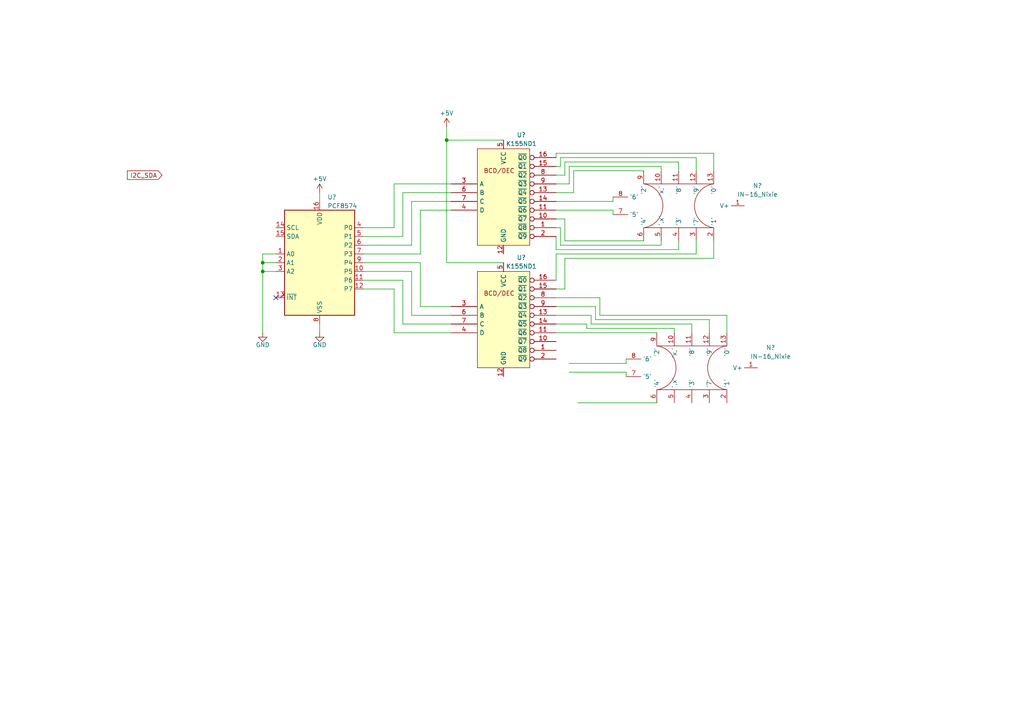
<source format=kicad_sch>
(kicad_sch (version 20211123) (generator eeschema)
  (paper "A4")
  (lib_symbols
    (symbol "74141_2" (pin_names (offset 0.762))
      (property "Reference" "U4" (at 5.16 18.01 0))
      (property "Value" "K155ND1" (at 5.16 15.47 0))
      (symbol "74141_2_0_0"
        (text "BCD/DEC" (at -1.27 7.62 0) (effects (font (size 1.27 1.27))))
        (pin power_in line (at 0 -16.51 90) (length 2.54) (name "GND") (number "12"))
        (pin power_in line (at 0 16.51 270) (length 2.54) (name "VCC") (number "5"))
      )
      (symbol "74141_2_0_1"
        (rectangle (start -7.62 13.97) (end 7.62 -13.97) (fill (type background)))
      )
      (symbol "74141_2_1_1"
        (pin open_collector inverted (at 15.24 -8.89 180) (length 7.62) (name "~{Q8}") (number "1"))
        (pin open_collector inverted (at 15.24 -6.35 180) (length 7.62) (name "~{Q7}") (number "10"))
        (pin open_collector inverted (at 15.24 -3.81 180) (length 7.62) (name "~{Q6}") (number "11"))
        (pin open_collector inverted (at 15.24 1.27 180) (length 7.62) (name "~{Q4}") (number "13"))
        (pin open_collector inverted (at 15.24 -1.27 180) (length 7.62) (name "~{Q5}") (number "14"))
        (pin open_collector inverted (at 15.24 8.89 180) (length 7.62) (name "~{Q1}") (number "15"))
        (pin open_collector inverted (at 15.24 11.43 180) (length 7.62) (name "~{Q0}") (number "16"))
        (pin open_collector inverted (at 15.24 -11.43 180) (length 7.62) (name "~{Q9}") (number "2"))
        (pin input line (at -15.24 3.81 0) (length 7.5) (name "A") (number "3"))
        (pin input line (at -15.24 -3.81 0) (length 7.5) (name "D") (number "4"))
        (pin input line (at -15.24 1.27 0) (length 7.5) (name "B") (number "6"))
        (pin input line (at -15.24 -1.27 0) (length 7.5) (name "C") (number "7"))
        (pin open_collector inverted (at 15.24 6.35 180) (length 7.62) (name "~{Q2}") (number "8"))
        (pin open_collector inverted (at 15.24 3.81 180) (length 7.62) (name "~{Q3}") (number "9"))
      )
    )
    (symbol "Interface_Expansion:PCF8574"
      (property "Reference" "U" (at -8.89 16.51 0))
      (property "Value" "PCF8574" (at 2.54 16.51 0))
      (symbol "PCF8574_0_1"
        (rectangle (start -10.16 15.24) (end 10.16 -15.24) (stroke (width 0.254)) (fill (type background)))
      )
      (symbol "PCF8574_1_1"
        (pin input line (at -12.7 2.54 0) (length 2.54) (name "A0") (number "1"))
        (pin bidirectional line (at 12.7 -2.54 180) (length 2.54) (name "P5") (number "10"))
        (pin bidirectional line (at 12.7 -5.08 180) (length 2.54) (name "P6") (number "11"))
        (pin bidirectional line (at 12.7 -7.62 180) (length 2.54) (name "P7") (number "12"))
        (pin open_collector output_low (at -12.7 -10.16 0) (length 2.54) (name "~{INT}") (number "13"))
        (pin input line (at -12.7 10.16 0) (length 2.54) (name "SCL") (number "14"))
        (pin bidirectional line (at -12.7 7.62 0) (length 2.54) (name "SDA") (number "15"))
        (pin power_in line (at 0 17.78 270) (length 2.54) (name "VDD") (number "16"))
        (pin input line (at -12.7 0 0) (length 2.54) (name "A1") (number "2"))
        (pin input line (at -12.7 -2.54 0) (length 2.54) (name "A2") (number "3"))
        (pin bidirectional line (at 12.7 10.16 180) (length 2.54) (name "P0") (number "4"))
        (pin bidirectional line (at 12.7 7.62 180) (length 2.54) (name "P1") (number "5"))
        (pin bidirectional line (at 12.7 5.08 180) (length 2.54) (name "P2") (number "6"))
        (pin bidirectional line (at 12.7 2.54 180) (length 2.54) (name "P3") (number "7"))
        (pin power_in line (at 0 -17.78 90) (length 2.54) (name "VSS") (number "8"))
        (pin bidirectional line (at 12.7 0 180) (length 2.54) (name "P4") (number "9"))
      )
    )
    (symbol "TerminalCuriositySymbols:IN-16_Nixie"
      (property "Reference" "N?" (at 14.4635 10.1315 0))
      (property "Value" "IN-16_Nixie" (at 19.05 7.62 0))
      (symbol "IN-16_Nixie_0_0"
        (pin power_in line (at -19.05 0 0) (length 3.81) (name "V+") (number "1"))
        (pin open_collector line (at 5.08 -10.16 90) (length 3.81) (name "'x,'") (number "10"))
        (pin open_collector line (at 0 -10.16 90) (length 3.81) (name "'8'") (number "11"))
        (pin open_collector line (at -5.08 -10.16 90) (length 3.81) (name "'9'") (number "12"))
        (pin open_collector line (at -10.16 -10.16 90) (length 3.81) (name "'0'") (number "13"))
        (pin open_collector line (at -10.16 10.16 270) (length 3.81) (name "'1'") (number "2"))
        (pin open_collector line (at -5.08 10.16 270) (length 3.81) (name "'7'") (number "3"))
        (pin open_collector line (at 0 10.16 270) (length 3.81) (name "'3'") (number "4"))
        (pin open_collector line (at 5.08 10.16 270) (length 3.81) (name "',x'") (number "5"))
        (pin open_collector line (at 10.16 10.16 270) (length 3.81) (name "'4'") (number "6"))
        (pin open_collector line (at 19.05 2.54 180) (length 4.318) (name "'5'") (number "7"))
        (pin open_collector line (at 19.05 -2.54 180) (length 4.318) (name "'6'") (number "8"))
        (pin open_collector line (at 10.16 -10.16 90) (length 3.81) (name "'2'") (number "9"))
      )
      (symbol "IN-16_Nixie_0_1"
        (arc (start -9.9557 -6.35) (mid -2.4512 0) (end -9.9557 6.35))
        (polyline (pts (xy -10.16 -6.35) (xy 10.16 -6.35)))
        (polyline (pts (xy 10.16 6.35) (xy -10.16 6.35)))
        (arc (start 9.9557 6.35) (mid 2.4512 0) (end 9.9557 -6.35))
        (arc (start 17.78 0) (mid 17.78 0) (end 17.78 0))
      )
    )
    (symbol "power:+5V" (power) (pin_names (offset 0))
      (property "Value" "+5V" (at 0 3.556 0))
      (symbol "+5V_0_1"
        (polyline (pts (xy -0.762 1.27) (xy 0 2.54)))
        (polyline (pts (xy 0 0) (xy 0 2.54)))
        (polyline (pts (xy 0 2.54) (xy 0.762 1.27)))
      )
      (symbol "+5V_1_1"
        (pin power_in line (at 0 0 90) (length 0) hide (name "+5V") (number "1"))
      )
    )
    (symbol "power:GND" (power) (pin_names (offset 0))
      (property "Value" "GND" (at 0 -3.81 0))
      (symbol "GND_0_1"
        (polyline (pts (xy 0 0) (xy 0 -1.27) (xy 1.27 -1.27) (xy 0 -2.54) (xy -1.27 -1.27) (xy 0 -1.27)))
      )
      (symbol "GND_1_1"
        (pin power_in line (at 0 0 270) (length 0) hide (name "GND") (number "1"))
      )
    )
  )
  (junction (at 129.54 40.64))
  (junction (at 76.2 78.74))
  (junction (at 76.2 76.2))
  (no_connect (at 80.01 86.36))
  (wire (pts (xy 173.99 91.44) (xy 210.82 91.44)))
  (wire (pts (xy 161.29 60.96) (xy 177.8 60.96)))
  (wire (pts (xy 162.56 71.12) (xy 162.56 66.04)))
  (wire (pts (xy 177.8 57.15) (xy 177.8 58.42)))
  (wire (pts (xy 116.84 68.58) (xy 116.84 55.88)))
  (wire (pts (xy 191.77 71.12) (xy 191.77 69.85)))
  (wire (pts (xy 119.38 78.74) (xy 105.41 78.74)))
  (wire (pts (xy 105.41 68.58) (xy 116.84 68.58)))
  (wire (pts (xy 76.2 78.74) (xy 80.01 78.74)))
  (wire (pts (xy 161.29 68.58) (xy 161.29 72.39)))
  (wire (pts (xy 181.61 109.22) (xy 181.61 107.95)))
  (wire (pts (xy 130.81 53.34) (xy 114.3 53.34)))
  (wire (pts (xy 121.92 76.2) (xy 121.92 88.9)))
  (wire (pts (xy 165.1 105.41) (xy 181.61 105.41)))
  (wire (pts (xy 166.37 49.53) (xy 186.69 49.53)))
  (wire (pts (xy 207.01 44.45) (xy 207.01 49.53)))
  (wire (pts (xy 163.83 46.99) (xy 196.85 46.99)))
  (wire (pts (xy 196.85 69.85) (xy 196.85 72.39)))
  (wire (pts (xy 166.37 55.88) (xy 166.37 49.53)))
  (wire (pts (xy 161.29 55.88) (xy 166.37 55.88)))
  (wire (pts (xy 129.54 40.64) (xy 146.05 40.64)))
  (wire (pts (xy 130.81 58.42) (xy 119.38 58.42)))
  (wire (pts (xy 114.3 83.82) (xy 114.3 96.52)))
  (wire (pts (xy 129.54 36.83) (xy 129.54 40.64)))
  (wire (pts (xy 161.29 44.45) (xy 207.01 44.45)))
  (wire (pts (xy 205.74 92.71) (xy 205.74 96.52)))
  (wire (pts (xy 105.41 83.82) (xy 114.3 83.82)))
  (wire (pts (xy 170.18 95.25) (xy 170.18 93.98)))
  (wire (pts (xy 105.41 66.04) (xy 114.3 66.04)))
  (wire (pts (xy 161.29 72.39) (xy 196.85 72.39)))
  (wire (pts (xy 173.99 86.36) (xy 173.99 91.44)))
  (wire (pts (xy 161.29 50.8) (xy 163.83 50.8)))
  (wire (pts (xy 210.82 91.44) (xy 210.82 96.52)))
  (wire (pts (xy 200.66 93.98) (xy 171.45 93.98)))
  (wire (pts (xy 181.61 104.14) (xy 181.61 105.41)))
  (wire (pts (xy 105.41 73.66) (xy 121.92 73.66)))
  (wire (pts (xy 207.01 69.85) (xy 207.01 74.93)))
  (wire (pts (xy 162.56 48.26) (xy 161.29 48.26)))
  (wire (pts (xy 76.2 76.2) (xy 76.2 78.74)))
  (wire (pts (xy 121.92 73.66) (xy 121.92 60.96)))
  (wire (pts (xy 161.29 86.36) (xy 173.99 86.36)))
  (wire (pts (xy 121.92 88.9) (xy 130.81 88.9)))
  (wire (pts (xy 170.18 93.98) (xy 161.29 93.98)))
  (wire (pts (xy 119.38 58.42) (xy 119.38 71.12)))
  (wire (pts (xy 105.41 81.28) (xy 116.84 81.28)))
  (wire (pts (xy 207.01 74.93) (xy 163.83 74.93)))
  (wire (pts (xy 163.83 50.8) (xy 163.83 46.99)))
  (wire (pts (xy 165.1 107.95) (xy 181.61 107.95)))
  (wire (pts (xy 201.93 45.72) (xy 201.93 49.53)))
  (wire (pts (xy 105.41 76.2) (xy 121.92 76.2)))
  (wire (pts (xy 161.29 73.66) (xy 161.29 81.28)))
  (wire (pts (xy 162.56 66.04) (xy 161.29 66.04)))
  (wire (pts (xy 162.56 45.72) (xy 162.56 48.26)))
  (wire (pts (xy 119.38 91.44) (xy 130.81 91.44)))
  (wire (pts (xy 92.71 93.98) (xy 92.71 96.52)))
  (wire (pts (xy 191.77 49.53) (xy 191.77 48.26)))
  (wire (pts (xy 195.58 95.25) (xy 170.18 95.25)))
  (wire (pts (xy 161.29 73.66) (xy 201.93 73.66)))
  (wire (pts (xy 161.29 45.72) (xy 161.29 44.45)))
  (wire (pts (xy 129.54 40.64) (xy 129.54 76.2)))
  (wire (pts (xy 171.45 91.44) (xy 161.29 91.44)))
  (wire (pts (xy 172.72 92.71) (xy 205.74 92.71)))
  (wire (pts (xy 76.2 73.66) (xy 76.2 76.2)))
  (wire (pts (xy 167.64 116.84) (xy 190.5 116.84)))
  (wire (pts (xy 161.29 88.9) (xy 172.72 88.9)))
  (wire (pts (xy 165.1 53.34) (xy 161.29 53.34)))
  (wire (pts (xy 76.2 76.2) (xy 80.01 76.2)))
  (wire (pts (xy 200.66 93.98) (xy 200.66 96.52)))
  (wire (pts (xy 201.93 73.66) (xy 201.93 69.85)))
  (wire (pts (xy 114.3 96.52) (xy 130.81 96.52)))
  (wire (pts (xy 161.29 96.52) (xy 190.5 96.52)))
  (wire (pts (xy 177.8 62.23) (xy 177.8 60.96)))
  (wire (pts (xy 165.1 48.26) (xy 165.1 53.34)))
  (wire (pts (xy 191.77 48.26) (xy 165.1 48.26)))
  (wire (pts (xy 161.29 58.42) (xy 177.8 58.42)))
  (wire (pts (xy 163.83 74.93) (xy 163.83 83.82)))
  (wire (pts (xy 201.93 45.72) (xy 162.56 45.72)))
  (wire (pts (xy 172.72 88.9) (xy 172.72 92.71)))
  (wire (pts (xy 163.83 69.85) (xy 186.69 69.85)))
  (wire (pts (xy 195.58 95.25) (xy 195.58 96.52)))
  (wire (pts (xy 161.29 63.5) (xy 163.83 63.5)))
  (wire (pts (xy 163.83 63.5) (xy 163.83 69.85)))
  (wire (pts (xy 119.38 78.74) (xy 119.38 91.44)))
  (wire (pts (xy 92.71 55.88) (xy 92.71 58.42)))
  (wire (pts (xy 196.85 46.99) (xy 196.85 49.53)))
  (wire (pts (xy 116.84 93.98) (xy 116.84 81.28)))
  (wire (pts (xy 76.2 78.74) (xy 76.2 96.52)))
  (wire (pts (xy 119.38 71.12) (xy 105.41 71.12)))
  (wire (pts (xy 129.54 76.2) (xy 146.05 76.2)))
  (wire (pts (xy 163.83 83.82) (xy 161.29 83.82)))
  (wire (pts (xy 162.56 71.12) (xy 191.77 71.12)))
  (wire (pts (xy 121.92 60.96) (xy 130.81 60.96)))
  (wire (pts (xy 114.3 53.34) (xy 114.3 66.04)))
  (wire (pts (xy 171.45 93.98) (xy 171.45 91.44)))
  (wire (pts (xy 76.2 73.66) (xy 80.01 73.66)))
  (wire (pts (xy 116.84 55.88) (xy 130.81 55.88)))
  (wire (pts (xy 130.81 93.98) (xy 116.84 93.98)))
  (global_label "I2C_SDA" (shape input) (at 46.99 50.8 180) (property "Intersheet References" "${INTERSHEET_REFS}" (effects hide)))
  (symbol (lib_id "power:+5V") (at 92.71 55.88 0) (unit 1)
    (property "Reference" "#PWR?" (effects hide))
    (property "Value" "+5V" (at 92.71 51.88 0))
  )
  (symbol (lib_id "power:GND") (at 76.2 96.52 0) (unit 1)
    (property "Reference" "#PWR?" (effects hide))
    (property "Value" "GND" (at 76.2 100.02 0))
  )
  (symbol (lib_id "power:GND") (at 92.71 96.52 0) (unit 1)
    (property "Reference" "#PWR?" (effects hide))
    (property "Value" "GND" (at 92.71 100.02 0))
  )
  (symbol (lib_id "Interface_Expansion:PCF8574") (at 92.71 76.2 0) (unit 1)
    (property "Reference" "U?" (at 94.96 57.19 0) (effects (justify left)))
    (property "Value" "PCF8574" (at 94.96 59.73 0) (effects (justify left)))
    (property "Footprint" "Package_SO:SOIC-16W_7.5x10.3mm_P1.27mm" (effects hide))
    (property "Datasheet" "http://www.nxp.com/documents/data_sheet/PCF8574_PCF8574A.pdf" (effects hide))
  )
  (symbol (lib_name "74141_2") (lib_id "74xx_IEEE:74141") (at 146.05 92.71 0) (unit 1)
    (property "Reference" "U?" (at 151.21 74.7 0))
    (property "Value" "K155ND1" (at 151.21 77.24 0))
    (property "Footprint" "Package_DIP:DIP-16_W7.62mm" (effects hide))
  )
  (symbol (lib_id "power:+5V") (at 129.54 36.83 0) (unit 1)
    (property "Reference" "#PWR?" (effects hide))
    (property "Value" "+5V" (at 129.54 32.83 0))
  )
  (symbol (lib_id "TerminalCuriositySymbols:IN-16_Nixie") (at 196.85 59.69 180) (unit 1)
    (property "Reference" "N?" (at 219.71 53.8605 0))
    (property "Value" "IN-16_Nixie" (at 219.71 56.4005 0))
    (property "Footprint" "TerminalCuriosityFootprints:IN-16_Nixie_Tube" (effects hide))
    (property "Checked" "LP" (effects hide))
  )
  (symbol (lib_id "TerminalCuriositySymbols:IN-16_Nixie") (at 200.66 106.68 180) (unit 1)
    (property "Reference" "N?" (at 223.52 100.8505 0))
    (property "Value" "IN-16_Nixie" (at 223.52 103.3905 0))
    (property "Footprint" "TerminalCuriosityFootprints:IN-16_Nixie_Tube" (effects hide))
    (property "Checked" "LP" (effects hide))
  )
  (symbol (lib_name "74141_2") (lib_id "74xx_IEEE:74141") (at 146.05 57.15 0) (unit 1)
    (property "Reference" "U?" (at 151.21 39.14 0))
    (property "Value" "K155ND1" (at 151.21 41.68 0))
    (property "Footprint" "Package_DIP:DIP-16_W7.62mm" (effects hide))
  )
)
</source>
